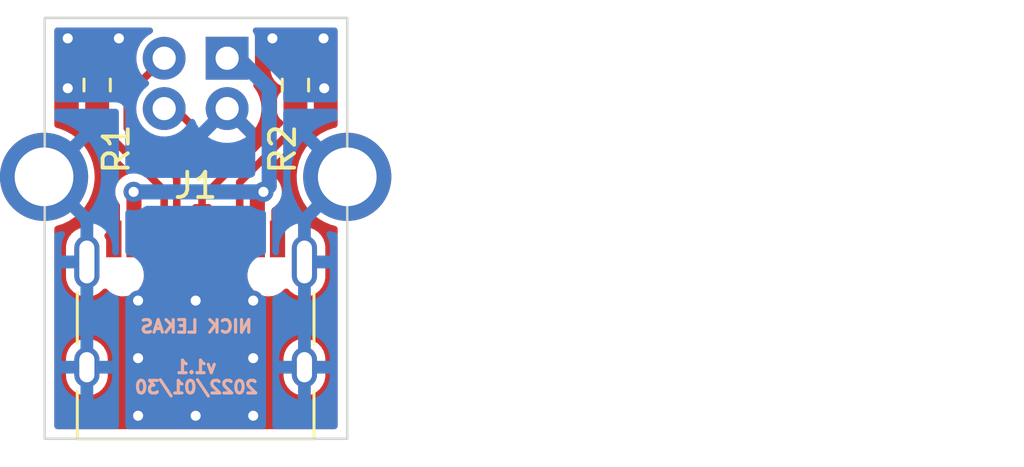
<source format=kicad_pcb>
(kicad_pcb (version 20211014) (generator pcbnew)
  (layers (0 "F.Cu" signal) (31 "B.Cu" signal) (34 "B.Paste" user) (35 "F.Paste" user) (36 "B.SilkS" user "B.Silkscreen") (37 "F.SilkS" user "F.Silkscreen") (38 "B.Mask" user) (39 "F.Mask" user) (44 "Edge.Cuts" user))
  (net 0 "")
  (net 1 "SHLD")
  (net 2 "/D+")
  (net 3 "/CC2")
  (net 5 "/D-")
  (net 6 "/CC1")
  (net 8 "GND")
  (net 9 "/VBUS")
  (footprint "Connector_USB:USB_C_Receptacle_HRO_TYPE-C-31-M-12" (layer "F.Cu") (at 101.6 111.323)
    (fp_text reference "J1" (at 0 -6.167) (layer "F.SilkS"))
    (fp_text value "USB_C_Receptacle_USB2.0")
    (fp_line (start 4.7 -1.9) (end 4.7 0.1) (layer "F.SilkS") (width 0.12))
    (fp_line (start -4.7 3.9) (end 4.7 3.9) (layer "F.SilkS") (width 0.12))
    (fp_line (start -4.7 -1.9) (end -4.7 0.1) (layer "F.SilkS") (width 0.12))
    (fp_line (start -4.7 2) (end -4.7 3.9) (layer "F.SilkS") (width 0.12))
    (fp_line (start 4.7 2) (end 4.7 3.9) (layer "F.SilkS") (width 0.12))
    (pad "" np_thru_hole circle locked (at 2.89 -2.6) (size 0.65 0.65) (drill 0.65) (layers *.Cu *.Mask))
    (pad "" np_thru_hole circle locked (at -2.89 -2.6) (size 0.65 0.65) (drill 0.65) (layers *.Cu *.Mask))
    (pad "A1" smd rect locked (at -3.25 -4.045) (size 0.6 1.45) (layers "F.Cu" "F.Paste" "F.Mask") (net 8 "GND"))
    (pad "A4" smd rect locked (at -2.45 -4.045) (size 0.6 1.45) (layers "F.Cu" "F.Paste" "F.Mask") (net 9 "/VBUS"))
    (pad "A5" smd rect locked (at -1.25 -4.045) (size 0.3 1.45) (layers "F.Cu" "F.Paste" "F.Mask") (net 6 "/CC1"))
    (pad "A6" smd rect locked (at -0.25 -4.045) (size 0.3 1.45) (layers "F.Cu" "F.Paste" "F.Mask") (net 2 "/D+"))
    (pad "A7" smd rect locked (at 0.25 -4.045) (size 0.3 1.45) (layers "F.Cu" "F.Paste" "F.Mask") (net 5 "/D-"))
    (pad "A8" smd rect locked (at 1.25 -4.045) (size 0.3 1.45) (layers "F.Cu" "F.Paste" "F.Mask"))
    (pad "A9" smd rect locked (at 2.45 -4.045) (size 0.6 1.45) (layers "F.Cu" "F.Paste" "F.Mask") (net 9 "/VBUS"))
    (pad "A12" smd rect locked (at 3.25 -4.045) (size 0.6 1.45) (layers "F.Cu" "F.Paste" "F.Mask") (net 8 "GND"))
    (pad "B1" smd rect locked (at 3.25 -4.045) (size 0.6 1.45) (layers "F.Cu" "F.Paste" "F.Mask") (net 8 "GND"))
    (pad "B4" smd rect locked (at 2.45 -4.045) (size 0.6 1.45) (layers "F.Cu" "F.Paste" "F.Mask") (net 9 "/VBUS"))
    (pad "B5" smd rect locked (at 1.75 -4.045) (size 0.3 1.45) (layers "F.Cu" "F.Paste" "F.Mask") (net 3 "/CC2"))
    (pad "B6" smd rect locked (at 0.75 -4.045) (size 0.3 1.45) (layers "F.Cu" "F.Paste" "F.Mask") (net 2 "/D+"))
    (pad "B7" smd rect locked (at -0.75 -4.045) (size 0.3 1.45) (layers "F.Cu" "F.Paste" "F.Mask") (net 5 "/D-"))
    (pad "B8" smd rect locked (at -1.75 -4.045) (size 0.3 1.45) (layers "F.Cu" "F.Paste" "F.Mask"))
    (pad "B9" smd rect locked (at -2.45 -4.045) (size 0.6 1.45) (layers "F.Cu" "F.Paste" "F.Mask") (net 9 "/VBUS"))
    (pad "B12" smd rect locked (at -3.25 -4.045) (size 0.6 1.45) (layers "F.Cu" "F.Paste" "F.Mask") (net 8 "GND"))
    (pad "S1" thru_hole oval locked (at -4.32 -3.13) (size 1 2.1) (drill oval 0.6 1.7) (layers *.Cu *.Mask) (net 1 "SHLD"))
    (pad "S1" thru_hole oval locked (at -4.32 1.05) (size 1 1.6) (drill oval 0.6 1.2) (layers *.Cu *.Mask) (net 1 "SHLD"))
    (pad "S1" thru_hole oval locked (at 4.32 -3.13) (size 1 2.1) (drill oval 0.6 1.7) (layers *.Cu *.Mask) (net 1 "SHLD"))
    (pad "S1" thru_hole oval locked (at 4.32 1.05) (size 1 1.6) (drill oval 0.6 1.2) (layers *.Cu *.Mask) (net 1 "SHLD"))
  )
  (footprint "Resistor_SMD:R_0603_1608Metric" (layer "F.Cu") (at 105.5624 101.1682 90)
    (fp_text reference "R2" (at -2.54 -0.508 90) (layer "F.SilkS"))
    (fp_text value "5K1")
    (fp_line (start -0.237258 0.5225) (end 0.237258 0.5225) (layer "F.SilkS") (width 0.12))
    (fp_line (start -0.237258 -0.5225) (end 0.237258 -0.5225) (layer "F.SilkS") (width 0.12))
    (pad "1" smd roundrect locked (at -0.825 0 90) (size 0.8 0.95) (layers "F.Cu" "F.Paste" "F.Mask") (net 3 "/CC2"))
    (pad "2" smd roundrect locked (at 0.825 0 90) (size 0.8 0.95) (layers "F.Cu" "F.Paste" "F.Mask") (net 8 "GND"))
  )
  (footprint "Resistor_SMD:R_0603_1608Metric" (layer "F.Cu") (at 97.6884 101.1682 90)
    (fp_text reference "R1" (at -2.54 0.762 90) (layer "F.SilkS"))
    (fp_text value "5K1")
    (fp_line (start -0.237258 0.5225) (end 0.237258 0.5225) (layer "F.SilkS") (width 0.12))
    (fp_line (start -0.237258 -0.5225) (end 0.237258 -0.5225) (layer "F.SilkS") (width 0.12))
    (pad "1" smd roundrect locked (at -0.825 0 90) (size 0.8 0.95) (layers "F.Cu" "F.Paste" "F.Mask") (net 6 "/CC1"))
    (pad "2" smd roundrect locked (at 0.825 0 90) (size 0.8 0.95) (layers "F.Cu" "F.Paste" "F.Mask") (net 8 "GND"))
  )
  (footprint "Connector_USB:USB_B_OST_USB-B1HSxx_Horizontal" (layer "F.Cu") (at 102.85 100.1025 -90)
    (fp_text reference "J2" hide)
    (fp_text value "USB_B" hide)
    (pad "1" thru_hole rect locked (at 0 0 270) (size 1.7 1.7) (drill 0.92) (layers *.Cu *.Mask) (net 9 "/VBUS"))
    (pad "2" thru_hole circle locked (at 0 2.5 270) (size 1.7 1.7) (drill 0.92) (layers *.Cu *.Mask) (net 5 "/D-"))
    (pad "3" thru_hole circle locked (at 2 2.5 270) (size 1.7 1.7) (drill 0.92) (layers *.Cu *.Mask) (net 2 "/D+"))
    (pad "4" thru_hole circle locked (at 2 0 270) (size 1.7 1.7) (drill 0.92) (layers *.Cu *.Mask) (net 8 "GND"))
    (pad "5" thru_hole circle locked (at 4.71 7.27 270) (size 3.5 3.5) (drill 2.33) (layers *.Cu *.Mask) (net 1 "SHLD"))
    (pad "5" thru_hole circle locked (at 4.71 -4.77 270) (size 3.5 3.5) (drill 2.33) (layers *.Cu *.Mask) (net 1 "SHLD"))
  )
  (gr_rect (start 95.6056 98.5012) (end 107.6198 115.2144) (layer "Edge.Cuts") (width 0.1) (fill none))
  (gr_text "NICK LEKAS\n\nv1.1\n2022/01/30" (at 101.6254 111.9632) (layer "B.SilkS") (effects (font (size 0.5 0.5) (thickness 0.125)) (justify mirror)))
  (segment (start 101.33965 104.56545) (end 100.89515 104.12095) (width 0.3) (layer "F.Cu") (net 2))
  (segment (start 101.494436 104.56545) (end 101.33965 104.56545) (width 0.3) (layer "F.Cu") (net 2))
  (segment (start 101.557936 102.878736) (end 100.7817 102.1025) (width 0.3) (layer "F.Cu") (net 2))
  (segment (start 102.383436 103.67645) (end 101.494436 104.56545) (width 0.3) (layer "F.Cu") (net 2))
  (segment (start 102.73665 103.67645) (end 102.383436 103.67645) (width 0.3) (layer "F.Cu") (net 2))
  (segment (start 101.557936 103.23195) (end 101.557936 102.878736) (width 0.3) (layer "F.Cu") (net 2))
  (segment (start 102.35 107.278) (end 102.35 106.287) (width 0.3) (layer "F.Cu") (net 2))
  (segment (start 101.35 106.295) (end 101.35 107.278) (width 0.3) (layer "F.Cu") (net 2))
  (segment (start 103.1494 104.0892) (end 102.73665 103.67645) (width 0.3) (layer "F.Cu") (net 2))
  (segment (start 101.854 105.6386) (end 103.1494 104.3432) (width 0.3) (layer "F.Cu") (net 2))
  (segment (start 102.35 106.287) (end 102.108 106.045) (width 0.3) (layer "F.Cu") (net 2))
  (segment (start 100.89515 103.894736) (end 101.557936 103.23195) (width 0.3) (layer "F.Cu") (net 2))
  (segment (start 101.6 106.045) (end 101.854 106.045) (width 0.3) (layer "F.Cu") (net 2))
  (segment (start 103.1494 104.3432) (end 103.1494 104.0892) (width 0.3) (layer "F.Cu") (net 2))
  (segment (start 100.89515 104.12095) (end 100.89515 103.894736) (width 0.3) (layer "F.Cu") (net 2))
  (segment (start 101.854 106.045) (end 102.108 106.045) (width 0.3) (layer "F.Cu") (net 2))
  (segment (start 100.7817 102.1025) (end 100.35 102.1025) (width 0.3) (layer "F.Cu") (net 2))
  (segment (start 101.854 106.045) (end 101.854 105.6386) (width 0.3) (layer "F.Cu") (net 2))
  (segment (start 101.6 106.045) (end 101.35 106.295) (width 0.3) (layer "F.Cu") (net 2))
  (segment (start 105.5624 102.8192) (end 105.5624 101.9932) (width 0.3) (layer "F.Cu") (net 3))
  (segment (start 103.35 107.278) (end 103.35 105.0316) (width 0.3) (layer "F.Cu") (net 3))
  (segment (start 103.35 105.0316) (end 105.5624 102.8192) (width 0.3) (layer "F.Cu") (net 3))
  (segment (start 98.8822 102.87) (end 100.85 104.8378) (width 0.3) (layer "F.Cu") (net 5))
  (segment (start 100.35 100.1025) (end 98.8822 101.5703) (width 0.3) (layer "F.Cu") (net 5))
  (segment (start 101.85 107.278) (end 101.85 108.208) (width 0.3) (layer "F.Cu") (net 5))
  (segment (start 101.85 108.208) (end 101.6 108.458) (width 0.3) (layer "F.Cu") (net 5))
  (segment (start 100.85 104.8378) (end 100.85 107.278) (width 0.3) (layer "F.Cu") (net 5))
  (segment (start 100.85 108.216) (end 101.092 108.458) (width 0.3) (layer "F.Cu") (net 5))
  (segment (start 100.85 107.278) (end 100.85 108.216) (width 0.3) (layer "F.Cu") (net 5))
  (segment (start 98.8822 101.5703) (end 98.8822 102.87) (width 0.3) (layer "F.Cu") (net 5))
  (segment (start 101.092 108.458) (end 101.6 108.458) (width 0.3) (layer "F.Cu") (net 5))
  (segment (start 100.35 105.3538) (end 97.6884 102.6922) (width 0.3) (layer "F.Cu") (net 6))
  (segment (start 97.6884 102.6922) (end 97.6884 101.9932) (width 0.3) (layer "F.Cu") (net 6))
  (segment (start 100.35 105.3538) (end 100.35 107.278) (width 0.3) (layer "F.Cu") (net 6))
  (via (at 101.6 114.3) (size 0.8) (drill 0.4) (layers "F.Cu" "B.Cu") (net 8))
  (via (at 99.314 114.3) (size 0.8) (drill 0.4) (layers "F.Cu" "B.Cu") (net 8))
  (via (at 104.648 99.314) (size 0.8) (drill 0.4) (layers "F.Cu" "B.Cu") (net 8))
  (via (at 99.314 109.728) (size 0.8) (drill 0.4) (layers "F.Cu" "B.Cu") (net 8))
  (via (at 103.886 114.3) (size 0.8) (drill 0.4) (layers "F.Cu" "B.Cu") (net 8))
  (via (at 99.314 112.014) (size 0.8) (drill 0.4) (layers "F.Cu" "B.Cu") (net 8))
  (via (at 103.886 109.728) (size 0.8) (drill 0.4) (layers "F.Cu" "B.Cu") (net 8))
  (via (at 106.7054 101.2952) (size 0.8) (drill 0.4) (layers "F.Cu" "B.Cu") (net 8))
  (via (at 101.6 109.728) (size 0.8) (drill 0.4) (layers "F.Cu" "B.Cu") (net 8))
  (via (at 96.52 101.2952) (size 0.8) (drill 0.4) (layers "F.Cu" "B.Cu") (net 8))
  (via (at 96.52 99.314) (size 0.8) (drill 0.4) (layers "F.Cu" "B.Cu") (net 8))
  (via (at 98.552 99.314) (size 0.8) (drill 0.4) (layers "F.Cu" "B.Cu") (net 8))
  (via (at 106.68 99.314) (size 0.8) (drill 0.4) (layers "F.Cu" "B.Cu") (net 8))
  (via (at 103.886 112.014) (size 0.8) (drill 0.4) (layers "F.Cu" "B.Cu") (net 8))
  (segment (start 99.15 105.4238) (end 99.15 107.278) (width 0.6) (layer "F.Cu") (net 9))
  (segment (start 104.2924 105.41) (end 104.05 105.6524) (width 0.6) (layer "F.Cu") (net 9))
  (segment (start 104.05 105.6524) (end 104.05 107.278) (width 0.6) (layer "F.Cu") (net 9))
  (segment (start 99.1362 105.41) (end 99.15 105.4238) (width 0.6) (layer "F.Cu") (net 9))
  (via (at 99.1362 105.41) (size 0.8) (drill 0.4) (layers "F.Cu" "B.Cu") (net 9))
  (via (at 104.2924 105.41) (size 0.8) (drill 0.4) (layers "F.Cu" "B.Cu") (net 9))
  (segment (start 103.3029 100.1025) (end 102.85 100.1025) (width 0.6) (layer "B.Cu") (net 9))
  (segment (start 104.521 105.1814) (end 104.521 101.3206) (width 0.6) (layer "B.Cu") (net 9))
  (segment (start 104.521 101.3206) (end 103.3029 100.1025) (width 0.6) (layer "B.Cu") (net 9))
  (segment (start 99.1362 105.41) (end 104.2924 105.41) (width 0.6) (layer "B.Cu") (net 9))
  (segment (start 104.2924 105.41) (end 104.521 105.1814) (width 0.6) (layer "B.Cu") (net 9))
  (zone (net 8) (net_name "GND") (layers F&B.Cu) (connect_pads (clearance 0.254)) (min_thickness 0.254) (fill yes (thermal_gap 0.508) (thermal_bridge_width 0.508))
    (polygon (pts (xy 108.712 116.332) (xy 94.488 116.332) (xy 94.488 97.79) (xy 108.712 97.79)))
  )
  (zone (net 1) (net_name "SHLD") (layer "B.Cu") (priority 1) (connect_pads (clearance 0.254)) (min_thickness 0.254) (fill yes (thermal_gap 0.508) (thermal_bridge_width 0.508))
    (polygon (pts (xy 108.204 115.824) (xy 104.648 115.824) (xy 104.648 102.108) (xy 108.204 102.108)))
  )
  (zone (net 1) (net_name "SHLD") (layer "B.Cu") (priority 1) (connect_pads (clearance 0.254)) (min_thickness 0.254) (fill yes (thermal_gap 0.508) (thermal_bridge_width 0.508))
    (polygon (pts (xy 98.552 115.824) (xy 94.996 115.824) (xy 94.996 102.108) (xy 98.552 102.108)))
  )
)
</source>
